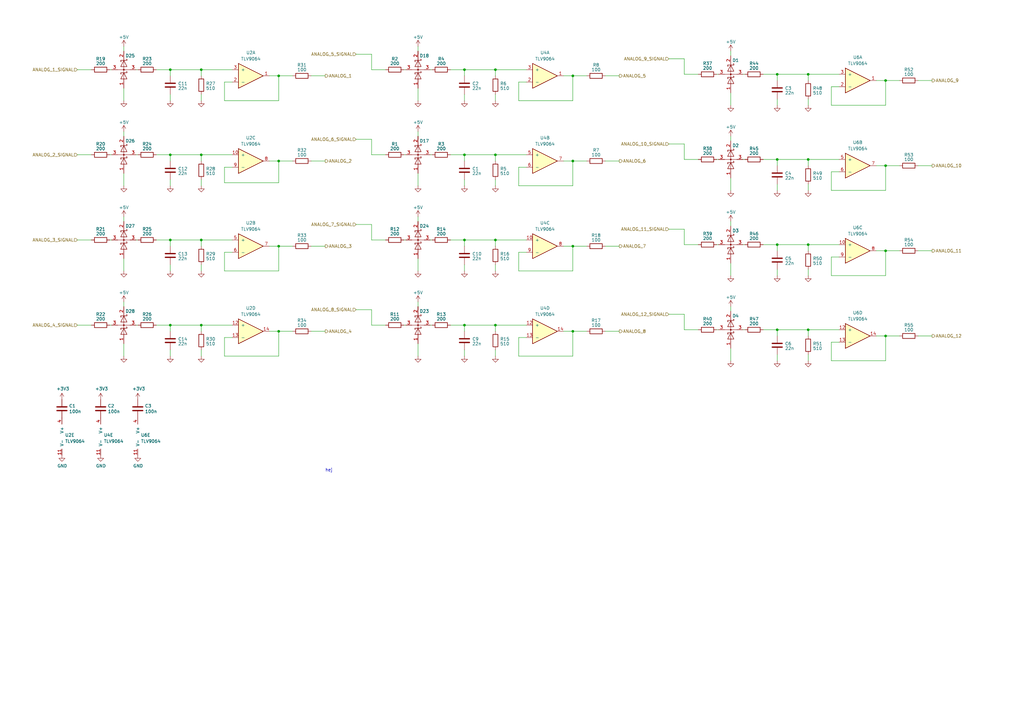
<source format=kicad_sch>
(kicad_sch (version 20230121) (generator eeschema)
  (paper "A3")
  (title_block (title "VEHICLE MEASURING UNIT (VMU)") (rev "1.0") (company "KTH FORMULA STUDENT") (comment 1 "DeV17") (comment 2 "FILIP SVEBECK") (comment 3 "FSVEBECK@KTH.SE"))
  (lib_symbols
    (symbol "Device:C" (pin_numbers hide) (pin_names (offset 0.254))
      (property "Reference" "C" (at 0.635 2.54 0))
      (property "Value" "C" (at 0.635 -2.54 0))
      (symbol "C_0_1"
        (polyline (pts (xy -2.032 -0.762) (xy 2.032 -0.762)) (stroke (width 0.508)))
        (polyline (pts (xy -2.032 0.762) (xy 2.032 0.762)) (stroke (width 0.508)))
      )
      (symbol "C_1_1"
        (pin passive line (at 0 3.81 270) (length 2.794) (name "~") (number "1"))
        (pin passive line (at 0 -3.81 90) (length 2.794) (name "~") (number "2"))
      )
    )
    (symbol "Device:R" (pin_numbers hide) (pin_names (offset 0))
      (property "Reference" "R" (at 2.032 0 90))
      (property "Value" "R" (at 0 0 90))
      (symbol "R_0_1"
        (rectangle (start -1.016 -2.54) (end 1.016 2.54) (stroke (width 0.254)))
      )
      (symbol "R_1_1"
        (pin passive line (at 0 3.81 270) (length 1.27) (name "~") (number "1"))
        (pin passive line (at 0 -3.81 90) (length 1.27) (name "~") (number "2"))
      )
    )
    (symbol "KTHFS:D_Schottky_x2_Serial_AKC" (pin_names (offset 0.762) hide)
      (property "Reference" "D" (at 2.54 1.27 90))
      (property "Value" "D_Schottky_x2_Serial_AKC" (at -2.54 0 90))
      (symbol "D_Schottky_x2_Serial_AKC_0_1"
        (polyline (pts (xy 0 -3.81) (xy 0 3.81)))
        (polyline (pts (xy 0 0) (xy 2.54 0)))
        (polyline (pts (xy 0 6.35) (xy 0 7.62)))
        (polyline (pts (xy -1.27 3.81) (xy 1.27 3.81) (xy 1.27 3.81)) (stroke (width 0.2032)))
        (polyline (pts (xy 1.27 -1.27) (xy -1.27 -1.27) (xy -1.27 -1.27)) (stroke (width 0.2032)))
        (polyline (pts (xy -1.27 3.81) (xy -1.27 3.302) (xy -1.016 3.302) (xy -1.016 3.302)) (stroke (width 0.2032)))
        (polyline (pts (xy 1.27 -1.27) (xy 1.27 -0.762) (xy 1.016 -0.762) (xy 1.016 -0.762)) (stroke (width 0.2032)))
        (polyline (pts (xy 1.27 3.81) (xy 1.27 4.318) (xy 1.016 4.318) (xy 1.016 4.318)) (stroke (width 0.2032)))
        (polyline (pts (xy -1.016 -1.778) (xy -1.27 -1.778) (xy -1.27 -1.27) (xy -1.27 -1.27) (xy -1.27 -1.27)) (stroke (width 0.2032)))
        (polyline (pts (xy -1.27 -3.81) (xy 0 -1.27) (xy 1.27 -3.81) (xy -1.27 -3.81) (xy -1.27 -3.81) (xy -1.27 -3.81)) (stroke (width 0.2032)))
        (polyline (pts (xy -1.27 1.27) (xy 0 3.81) (xy 1.27 1.27) (xy -1.27 1.27) (xy -1.27 1.27) (xy -1.27 1.27)) (stroke (width 0.2032)))
        (circle (center 0 0) (radius 0.254) (fill (type outline)))
        (pin passive line (at 0 -7.62 90) (length 3.81) (name "A") (number "1"))
        (pin passive line (at 0 7.62 270) (length 3.81) (name "K") (number "2"))
        (pin passive line (at 5.08 0 180) (length 2.54) (name "common") (number "3"))
      )
      (symbol "D_Schottky_x2_Serial_AKC_1_1"
        (polyline (pts (xy 0 0) (xy -2.54 0)))
        (pin passive line (at -5.08 0 0) (length 2.54) (name "common") (number "3"))
      )
    )
    (symbol "KTHFS:TLV9064" (pin_names (offset 1.016))
      (property "Reference" "U" (at 0 0 0))
      (property "Value" "TLV9064" (at 0.127 -1.524 0))
      (symbol "TLV9064_1_1"
        (polyline (pts (xy -5.08 -1.905) (xy 5.08 -6.985) (xy -5.08 -12.065) (xy -5.08 -1.905)) (stroke (width 0.254)) (fill (type background)))
        (pin output line (at 7.62 -6.985 180) (length 2.54) (name "~") (number "1"))
        (pin input line (at -7.62 -9.525 0) (length 2.54) (name "-") (number "2"))
        (pin input line (at -7.62 -4.445 0) (length 2.54) (name "+") (number "3"))
      )
      (symbol "TLV9064_2_1"
        (polyline (pts (xy -5.08 -1.905) (xy 5.08 -6.985) (xy -5.08 -12.065) (xy -5.08 -1.905)) (stroke (width 0.254)) (fill (type background)))
        (pin input line (at -7.62 -4.445 0) (length 2.54) (name "+") (number "5"))
        (pin input line (at -7.62 -9.525 0) (length 2.54) (name "-") (number "6"))
        (pin output line (at 7.62 -6.985 180) (length 2.54) (name "~") (number "7"))
      )
      (symbol "TLV9064_3_1"
        (polyline (pts (xy -5.08 -1.905) (xy 5.08 -6.985) (xy -5.08 -12.065) (xy -5.08 -1.905)) (stroke (width 0.254)) (fill (type background)))
        (pin input line (at -7.62 -4.445 0) (length 2.54) (name "+") (number "10"))
        (pin output line (at 7.62 -6.985 180) (length 2.54) (name "~") (number "8"))
        (pin input line (at -7.62 -9.525 0) (length 2.54) (name "-") (number "9"))
      )
      (symbol "TLV9064_4_1"
        (polyline (pts (xy -5.08 -1.905) (xy 5.08 -6.985) (xy -5.08 -12.065) (xy -5.08 -1.905)) (stroke (width 0.254)) (fill (type background)))
        (pin input line (at -7.62 -4.445 0) (length 2.54) (name "+") (number "12"))
        (pin input line (at -7.62 -9.525 0) (length 2.54) (name "-") (number "13"))
        (pin output line (at 7.62 -6.985 180) (length 2.54) (name "~") (number "14"))
      )
      (symbol "TLV9064_5_1"
        (pin power_in line (at 0 -19.05 90) (length 2.54) (name "V-") (number "11"))
        (pin power_in line (at 0 -3.81 270) (length 2.54) (name "V+") (number "4"))
      )
    )
    (symbol "blocks-rescue:+3.3V-power" (power) (pin_names (offset 0))
      (property "Value" "+3.3V-power" (at 0 3.556 0))
      (symbol "+3.3V-power_0_1"
        (polyline (pts (xy -0.762 1.27) (xy 0 2.54)))
        (polyline (pts (xy 0 0) (xy 0 2.54)))
        (polyline (pts (xy 0 2.54) (xy 0.762 1.27)))
      )
      (symbol "+3.3V-power_1_1"
        (pin power_in line (at 0 0 90) (length 0) hide (name "+3V3") (number "1"))
      )
    )
    (symbol "power:+5V" (power) (pin_names (offset 0))
      (property "Value" "+5V" (at 0 3.556 0))
      (symbol "+5V_0_1"
        (polyline (pts (xy -0.762 1.27) (xy 0 2.54)))
        (polyline (pts (xy 0 0) (xy 0 2.54)))
        (polyline (pts (xy 0 2.54) (xy 0.762 1.27)))
      )
      (symbol "+5V_1_1"
        (pin power_in line (at 0 0 90) (length 0) hide (name "+5V") (number "1"))
      )
    )
    (symbol "power:GND" (power) (pin_names (offset 0))
      (property "Value" "GND" (at 0 -3.81 0))
      (symbol "GND_0_1"
        (polyline (pts (xy 0 0) (xy 0 -1.27) (xy 1.27 -1.27) (xy 0 -2.54) (xy -1.27 -1.27) (xy 0 -1.27)))
      )
      (symbol "GND_1_1"
        (pin power_in line (at 0 0 270) (length 0) hide (name "GND") (number "1"))
      )
    )
  )
  (junction (at 114.3 100.965))
  (junction (at 234.95 135.89))
  (junction (at 363.22 67.945))
  (junction (at 318.77 100.33))
  (junction (at 114.3 66.04))
  (junction (at 114.3 31.115))
  (junction (at 190.5 98.425))
  (junction (at 190.5 133.35))
  (junction (at 331.47 30.48))
  (junction (at 203.2 63.5))
  (junction (at 203.2 28.575))
  (junction (at 331.47 65.405))
  (junction (at 318.77 30.48))
  (junction (at 331.47 100.33))
  (junction (at 363.22 137.795))
  (junction (at 82.55 133.35))
  (junction (at 234.95 31.115))
  (junction (at 318.77 135.255))
  (junction (at 69.85 63.5))
  (junction (at 363.22 102.87))
  (junction (at 82.55 98.425))
  (junction (at 234.95 100.965))
  (junction (at 190.5 63.5))
  (junction (at 69.85 98.425))
  (junction (at 234.95 66.04))
  (junction (at 82.55 63.5))
  (junction (at 190.5 28.575))
  (junction (at 114.3 135.89))
  (junction (at 331.47 135.255))
  (junction (at 363.22 33.02))
  (junction (at 69.85 28.575))
  (junction (at 318.77 65.405))
  (junction (at 203.2 133.35))
  (junction (at 69.85 133.35))
  (junction (at 203.2 98.425))
  (junction (at 82.55 28.575))
  (wire (pts (xy 69.85 133.35) (xy 64.135 133.35)))
  (wire (pts (xy 299.72 57.785) (xy 299.72 55.88)))
  (wire (pts (xy 331.47 110.49) (xy 331.47 113.03)))
  (wire (pts (xy 240.665 100.965) (xy 234.95 100.965)))
  (wire (pts (xy 171.45 55.88) (xy 171.45 53.975)))
  (wire (pts (xy 363.22 67.945) (xy 359.41 67.945)))
  (wire (pts (xy 240.665 66.04) (xy 234.95 66.04)))
  (wire (pts (xy 234.95 111.125) (xy 234.95 100.965)))
  (wire (pts (xy 331.47 102.87) (xy 331.47 100.33)))
  (wire (pts (xy 114.3 74.93) (xy 114.3 66.04)))
  (wire (pts (xy 171.45 71.12) (xy 171.45 76.2)))
  (wire (pts (xy 203.2 66.04) (xy 203.2 63.5)))
  (wire (pts (xy 304.8 100.33) (xy 305.435 100.33)))
  (wire (pts (xy 190.5 108.585) (xy 190.5 111.125)))
  (wire (pts (xy 248.285 31.115) (xy 254 31.115)))
  (wire (pts (xy 50.8 146.05) (xy 50.8 140.97)))
  (wire (pts (xy 82.55 28.575) (xy 82.55 31.115)))
  (wire (pts (xy 215.9 133.35) (xy 203.2 133.35)))
  (wire (pts (xy 240.665 31.115) (xy 234.95 31.115)))
  (wire (pts (xy 215.9 63.5) (xy 203.2 63.5)))
  (wire (pts (xy 190.5 63.5) (xy 190.5 66.04)))
  (wire (pts (xy 280.67 93.98) (xy 280.67 100.33)))
  (wire (pts (xy 171.45 36.195) (xy 171.45 41.275)))
  (wire (pts (xy 158.115 133.35) (xy 152.4 133.35)))
  (wire (pts (xy 363.22 43.18) (xy 363.22 33.02)))
  (wire (pts (xy 212.725 68.58) (xy 212.725 76.2)))
  (wire (pts (xy 82.55 41.275) (xy 82.55 38.735)))
  (wire (pts (xy 318.77 135.255) (xy 318.77 137.795)))
  (wire (pts (xy 114.3 31.115) (xy 110.49 31.115)))
  (wire (pts (xy 340.995 35.56) (xy 340.995 43.18)))
  (wire (pts (xy 318.77 30.48) (xy 318.77 33.02)))
  (wire (pts (xy 305.435 135.255) (xy 304.8 135.255)))
  (wire (pts (xy 212.725 111.125) (xy 234.95 111.125)))
  (wire (pts (xy 127.635 100.965) (xy 133.35 100.965)))
  (wire (pts (xy 120.015 31.115) (xy 114.3 31.115)))
  (wire (pts (xy 231.14 135.89) (xy 234.95 135.89)))
  (wire (pts (xy 340.995 113.03) (xy 363.22 113.03)))
  (wire (pts (xy 248.285 135.89) (xy 254 135.89)))
  (wire (pts (xy 299.72 92.71) (xy 299.72 90.805)))
  (wire (pts (xy 50.8 90.805) (xy 50.8 88.9)))
  (wire (pts (xy 340.995 43.18) (xy 363.22 43.18)))
  (wire (pts (xy 146.05 57.15) (xy 152.4 57.15)))
  (wire (pts (xy 280.67 65.405) (xy 286.385 65.405)))
  (wire (pts (xy 376.555 137.795) (xy 382.27 137.795)))
  (wire (pts (xy 203.2 38.735) (xy 203.2 41.275)))
  (wire (pts (xy 344.17 140.335) (xy 340.995 140.335)))
  (wire (pts (xy 56.515 98.425) (xy 55.88 98.425)))
  (wire (pts (xy 114.3 41.275) (xy 114.3 31.115)))
  (wire (pts (xy 31.75 63.5) (xy 37.465 63.5)))
  (wire (pts (xy 69.85 66.04) (xy 69.85 63.5)))
  (wire (pts (xy 331.47 135.255) (xy 331.47 137.795)))
  (wire (pts (xy 340.995 78.105) (xy 363.22 78.105)))
  (wire (pts (xy 215.9 68.58) (xy 212.725 68.58)))
  (wire (pts (xy 190.5 98.425) (xy 190.5 100.965)))
  (wire (pts (xy 368.935 102.87) (xy 363.22 102.87)))
  (wire (pts (xy 274.32 93.98) (xy 280.67 93.98)))
  (wire (pts (xy 203.2 100.965) (xy 203.2 98.425)))
  (wire (pts (xy 190.5 28.575) (xy 190.5 31.115)))
  (wire (pts (xy 190.5 133.35) (xy 184.785 133.35)))
  (wire (pts (xy 176.53 63.5) (xy 177.165 63.5)))
  (wire (pts (xy 368.935 67.945) (xy 363.22 67.945)))
  (wire (pts (xy 280.67 128.905) (xy 274.32 128.905)))
  (wire (pts (xy 318.77 75.565) (xy 318.77 78.105)))
  (wire (pts (xy 133.35 135.89) (xy 127.635 135.89)))
  (wire (pts (xy 331.47 135.255) (xy 318.77 135.255)))
  (wire (pts (xy 176.53 98.425) (xy 177.165 98.425)))
  (wire (pts (xy 344.17 35.56) (xy 340.995 35.56)))
  (wire (pts (xy 331.47 67.945) (xy 331.47 65.405)))
  (wire (pts (xy 203.2 28.575) (xy 203.2 31.115)))
  (wire (pts (xy 82.55 108.585) (xy 82.55 111.125)))
  (wire (pts (xy 69.85 31.115) (xy 69.85 28.575)))
  (wire (pts (xy 363.22 113.03) (xy 363.22 102.87)))
  (wire (pts (xy 50.8 20.955) (xy 50.8 19.05)))
  (wire (pts (xy 177.165 133.35) (xy 176.53 133.35)))
  (wire (pts (xy 318.77 40.64) (xy 318.77 43.18)))
  (wire (pts (xy 184.785 98.425) (xy 190.5 98.425)))
  (wire (pts (xy 114.3 111.125) (xy 114.3 100.965)))
  (wire (pts (xy 50.8 76.2) (xy 50.8 71.12)))
  (wire (pts (xy 331.47 65.405) (xy 318.77 65.405)))
  (wire (pts (xy 114.3 100.965) (xy 110.49 100.965)))
  (wire (pts (xy 313.055 100.33) (xy 318.77 100.33)))
  (wire (pts (xy 171.45 106.045) (xy 171.45 111.125)))
  (wire (pts (xy 114.3 100.965) (xy 120.015 100.965)))
  (wire (pts (xy 190.5 38.735) (xy 190.5 41.275)))
  (wire (pts (xy 165.735 28.575) (xy 166.37 28.575)))
  (wire (pts (xy 95.25 28.575) (xy 82.55 28.575)))
  (wire (pts (xy 152.4 28.575) (xy 158.115 28.575)))
  (wire (pts (xy 171.45 123.825) (xy 171.45 125.73)))
  (wire (pts (xy 212.725 33.655) (xy 212.725 41.275)))
  (wire (pts (xy 37.465 28.575) (xy 31.75 28.575)))
  (wire (pts (xy 215.9 33.655) (xy 212.725 33.655)))
  (wire (pts (xy 299.72 73.025) (xy 299.72 78.105)))
  (wire (pts (xy 45.085 63.5) (xy 45.72 63.5)))
  (wire (pts (xy 69.85 135.89) (xy 69.85 133.35)))
  (wire (pts (xy 152.4 63.5) (xy 158.115 63.5)))
  (wire (pts (xy 92.075 74.93) (xy 114.3 74.93)))
  (wire (pts (xy 299.72 38.1) (xy 299.72 43.18)))
  (wire (pts (xy 274.32 59.055) (xy 280.67 59.055)))
  (wire (pts (xy 363.22 78.105) (xy 363.22 67.945)))
  (wire (pts (xy 152.4 92.075) (xy 152.4 98.425)))
  (wire (pts (xy 203.2 133.35) (xy 190.5 133.35)))
  (wire (pts (xy 318.77 147.955) (xy 318.77 145.415)))
  (wire (pts (xy 82.55 135.89) (xy 82.55 133.35)))
  (wire (pts (xy 110.49 66.04) (xy 114.3 66.04)))
  (wire (pts (xy 190.5 146.05) (xy 190.5 143.51)))
  (wire (pts (xy 340.995 105.41) (xy 340.995 113.03)))
  (wire (pts (xy 234.95 66.04) (xy 231.14 66.04)))
  (wire (pts (xy 50.8 111.125) (xy 50.8 106.045)))
  (wire (pts (xy 69.85 76.2) (xy 69.85 73.66)))
  (wire (pts (xy 165.735 63.5) (xy 166.37 63.5)))
  (wire (pts (xy 254 100.965) (xy 248.285 100.965)))
  (wire (pts (xy 215.9 138.43) (xy 212.725 138.43)))
  (wire (pts (xy 69.85 98.425) (xy 82.55 98.425)))
  (wire (pts (xy 95.25 33.655) (xy 92.075 33.655)))
  (wire (pts (xy 294.005 65.405) (xy 294.64 65.405)))
  (wire (pts (xy 212.725 76.2) (xy 234.95 76.2)))
  (wire (pts (xy 152.4 28.575) (xy 152.4 22.225)))
  (wire (pts (xy 304.8 65.405) (xy 305.435 65.405)))
  (wire (pts (xy 318.77 65.405) (xy 318.77 67.945)))
  (wire (pts (xy 50.8 55.88) (xy 50.8 53.975)))
  (wire (pts (xy 82.55 146.05) (xy 82.55 143.51)))
  (wire (pts (xy 331.47 147.955) (xy 331.47 145.415)))
  (wire (pts (xy 146.05 92.075) (xy 152.4 92.075)))
  (wire (pts (xy 56.515 63.5) (xy 55.88 63.5)))
  (wire (pts (xy 344.17 135.255) (xy 331.47 135.255)))
  (wire (pts (xy 133.35 31.115) (xy 127.635 31.115)))
  (wire (pts (xy 382.27 102.87) (xy 376.555 102.87)))
  (wire (pts (xy 344.17 105.41) (xy 340.995 105.41)))
  (wire (pts (xy 203.2 98.425) (xy 190.5 98.425)))
  (wire (pts (xy 114.3 146.05) (xy 114.3 135.89)))
  (wire (pts (xy 294.64 100.33) (xy 294.005 100.33)))
  (wire (pts (xy 92.075 111.125) (xy 114.3 111.125)))
  (wire (pts (xy 50.8 36.195) (xy 50.8 41.275)))
  (wire (pts (xy 152.4 127) (xy 146.05 127)))
  (wire (pts (xy 340.995 70.485) (xy 340.995 78.105)))
  (wire (pts (xy 45.72 98.425) (xy 45.085 98.425)))
  (wire (pts (xy 82.55 63.5) (xy 82.55 66.04)))
  (wire (pts (xy 171.45 140.97) (xy 171.45 146.05)))
  (wire (pts (xy 203.2 63.5) (xy 190.5 63.5)))
  (wire (pts (xy 234.95 41.275) (xy 234.95 31.115)))
  (wire (pts (xy 171.45 20.955) (xy 171.45 19.05)))
  (wire (pts (xy 92.075 33.655) (xy 92.075 41.275)))
  (wire (pts (xy 92.075 103.505) (xy 92.075 111.125)))
  (wire (pts (xy 203.2 73.66) (xy 203.2 76.2)))
  (wire (pts (xy 45.72 28.575) (xy 45.085 28.575)))
  (wire (pts (xy 331.47 30.48) (xy 331.47 33.02)))
  (wire (pts (xy 234.95 76.2) (xy 234.95 66.04)))
  (wire (pts (xy 45.085 133.35) (xy 45.72 133.35)))
  (wire (pts (xy 69.85 108.585) (xy 69.85 111.125)))
  (wire (pts (xy 92.075 68.58) (xy 92.075 74.93)))
  (wire (pts (xy 203.2 108.585) (xy 203.2 111.125)))
  (wire (pts (xy 95.25 68.58) (xy 92.075 68.58)))
  (wire (pts (xy 152.4 57.15) (xy 152.4 63.5)))
  (wire (pts (xy 280.67 30.48) (xy 280.67 24.13)))
  (wire (pts (xy 92.075 41.275) (xy 114.3 41.275)))
  (wire (pts (xy 318.77 30.48) (xy 331.47 30.48)))
  (wire (pts (xy 344.17 100.33) (xy 331.47 100.33)))
  (wire (pts (xy 152.4 22.225) (xy 146.05 22.225)))
  (wire (pts (xy 114.3 135.89) (xy 110.49 135.89)))
  (wire (pts (xy 280.67 59.055) (xy 280.67 65.405)))
  (wire (pts (xy 203.2 133.35) (xy 203.2 135.89)))
  (wire (pts (xy 382.27 67.945) (xy 376.555 67.945)))
  (wire (pts (xy 190.5 28.575) (xy 203.2 28.575)))
  (wire (pts (xy 212.725 41.275) (xy 234.95 41.275)))
  (wire (pts (xy 95.25 98.425) (xy 82.55 98.425)))
  (wire (pts (xy 294.005 30.48) (xy 294.64 30.48)))
  (wire (pts (xy 359.41 137.795) (xy 363.22 137.795)))
  (wire (pts (xy 82.55 133.35) (xy 95.25 133.35)))
  (wire (pts (xy 92.075 138.43) (xy 92.075 146.05)))
  (wire (pts (xy 82.55 98.425) (xy 82.55 100.965)))
  (wire (pts (xy 92.075 146.05) (xy 114.3 146.05)))
  (wire (pts (xy 158.115 98.425) (xy 152.4 98.425)))
  (wire (pts (xy 212.725 146.05) (xy 234.95 146.05)))
  (wire (pts (xy 363.22 102.87) (xy 359.41 102.87)))
  (wire (pts (xy 95.25 103.505) (xy 92.075 103.505)))
  (wire (pts (xy 280.67 135.255) (xy 280.67 128.905)))
  (wire (pts (xy 234.95 31.115) (xy 231.14 31.115)))
  (wire (pts (xy 152.4 133.35) (xy 152.4 127)))
  (wire (pts (xy 69.85 28.575) (xy 82.55 28.575)))
  (wire (pts (xy 215.9 98.425) (xy 203.2 98.425)))
  (wire (pts (xy 69.85 63.5) (xy 64.135 63.5)))
  (wire (pts (xy 313.055 30.48) (xy 318.77 30.48)))
  (wire (pts (xy 31.75 98.425) (xy 37.465 98.425)))
  (wire (pts (xy 294.64 135.255) (xy 294.005 135.255)))
  (wire (pts (xy 69.85 38.735) (xy 69.85 41.275)))
  (wire (pts (xy 344.17 65.405) (xy 331.47 65.405)))
  (wire (pts (xy 215.9 103.505) (xy 212.725 103.505)))
  (wire (pts (xy 376.555 33.02) (xy 382.27 33.02)))
  (wire (pts (xy 184.785 63.5) (xy 190.5 63.5)))
  (wire (pts (xy 190.5 133.35) (xy 190.5 135.89)))
  (wire (pts (xy 368.935 33.02) (xy 363.22 33.02)))
  (wire (pts (xy 190.5 73.66) (xy 190.5 76.2)))
  (wire (pts (xy 69.85 100.965) (xy 69.85 98.425)))
  (wire (pts (xy 286.385 135.255) (xy 280.67 135.255)))
  (wire (pts (xy 331.47 75.565) (xy 331.47 78.105)))
  (wire (pts (xy 340.995 140.335) (xy 340.995 147.955)))
  (wire (pts (xy 55.88 28.575) (xy 56.515 28.575)))
  (wire (pts (xy 234.95 146.05) (xy 234.95 135.89)))
  (wire (pts (xy 234.95 135.89) (xy 240.665 135.89)))
  (wire (pts (xy 299.72 142.875) (xy 299.72 147.955)))
  (wire (pts (xy 176.53 28.575) (xy 177.165 28.575)))
  (wire (pts (xy 69.85 146.05) (xy 69.85 143.51)))
  (wire (pts (xy 318.77 110.49) (xy 318.77 113.03)))
  (wire (pts (xy 331.47 100.33) (xy 318.77 100.33)))
  (wire (pts (xy 304.8 30.48) (xy 305.435 30.48)))
  (wire (pts (xy 50.8 125.73) (xy 50.8 123.825)))
  (wire (pts (xy 299.72 125.73) (xy 299.72 127.635)))
  (wire (pts (xy 215.9 28.575) (xy 203.2 28.575)))
  (wire (pts (xy 340.995 147.955) (xy 363.22 147.955)))
  (wire (pts (xy 212.725 138.43) (xy 212.725 146.05)))
  (wire (pts (xy 363.22 137.795) (xy 368.935 137.795)))
  (wire (pts (xy 171.45 90.805) (xy 171.45 88.9)))
  (wire (pts (xy 280.67 24.13) (xy 274.32 24.13)))
  (wire (pts (xy 318.77 100.33) (xy 318.77 102.87)))
  (wire (pts (xy 120.015 135.89) (xy 114.3 135.89)))
  (wire (pts (xy 69.85 98.425) (xy 64.135 98.425)))
  (wire (pts (xy 82.55 76.2) (xy 82.55 73.66)))
  (wire (pts (xy 203.2 146.05) (xy 203.2 143.51)))
  (wire (pts (xy 363.22 147.955) (xy 363.22 137.795)))
  (wire (pts (xy 166.37 133.35) (xy 165.735 133.35)))
  (wire (pts (xy 82.55 133.35) (xy 69.85 133.35)))
  (wire (pts (xy 363.22 33.02) (xy 359.41 33.02)))
  (wire (pts (xy 166.37 98.425) (xy 165.735 98.425)))
  (wire (pts (xy 299.72 22.86) (xy 299.72 20.955)))
  (wire (pts (xy 95.25 63.5) (xy 82.55 63.5)))
  (wire (pts (xy 69.85 28.575) (xy 64.135 28.575)))
  (wire (pts (xy 344.17 30.48) (xy 331.47 30.48)))
  (wire (pts (xy 344.17 70.485) (xy 340.995 70.485)))
  (wire (pts (xy 37.465 133.35) (xy 31.75 133.35)))
  (wire (pts (xy 114.3 66.04) (xy 120.015 66.04)))
  (wire (pts (xy 318.77 135.255) (xy 313.055 135.255)))
  (wire (pts (xy 313.055 65.405) (xy 318.77 65.405)))
  (wire (pts (xy 234.95 100.965) (xy 231.14 100.965)))
  (wire (pts (xy 184.785 28.575) (xy 190.5 28.575)))
  (wire (pts (xy 286.385 100.33) (xy 280.67 100.33)))
  (wire (pts (xy 55.88 133.35) (xy 56.515 133.35)))
  (wire (pts (xy 133.35 66.04) (xy 127.635 66.04)))
  (wire (pts (xy 331.47 40.64) (xy 331.47 43.18)))
  (wire (pts (xy 69.85 63.5) (xy 82.55 63.5)))
  (wire (pts (xy 280.67 30.48) (xy 286.385 30.48)))
  (wire (pts (xy 212.725 103.505) (xy 212.725 111.125)))
  (wire (pts (xy 299.72 107.95) (xy 299.72 113.03)))
  (wire (pts (xy 254 66.04) (xy 248.285 66.04)))
  (wire (pts (xy 95.25 138.43) (xy 92.075 138.43)))
  (text "hej" (at 133.35 193.675 0) (effects (font (size 1.27 1.27)) (justify left bottom)))
  (hierarchical_label "ANALOG_5_SIGNAL" (shape input) (at 146.05 22.225 180))
  (hierarchical_label "ANALOG_11_SIGNAL" (shape input) (at 274.32 93.98 180))
  (hierarchical_label "ANALOG_12_SIGNAL" (shape input) (at 274.32 128.905 180))
  (hierarchical_label "ANALOG_5" (shape output) (at 254 31.115 0))
  (hierarchical_label "ANALOG_7_SIGNAL" (shape input) (at 146.05 92.075 180))
  (hierarchical_label "ANALOG_3" (shape output) (at 133.35 100.965 0))
  (hierarchical_label "ANALOG_9_SIGNAL" (shape input) (at 274.32 24.13 180))
  (hierarchical_label "ANALOG_9" (shape output) (at 382.27 33.02 0))
  (hierarchical_label "ANALOG_6" (shape output) (at 254 66.04 0))
  (hierarchical_label "ANALOG_12" (shape output) (at 382.27 137.795 0))
  (hierarchical_label "ANALOG_8" (shape output) (at 254 135.89 0))
  (hierarchical_label "ANALOG_6_SIGNAL" (shape input) (at 146.05 57.15 180))
  (hierarchical_label "ANALOG_8_SIGNAL" (shape input) (at 146.05 127 180))
  (hierarchical_label "ANALOG_1_SIGNAL" (shape input) (at 31.75 28.575 180))
  (hierarchical_label "ANALOG_7" (shape output) (at 254 100.965 0))
  (hierarchical_label "ANALOG_11" (shape output) (at 382.27 102.87 0))
  (hierarchical_label "ANALOG_10_SIGNAL" (shape input) (at 274.32 59.055 180))
  (hierarchical_label "ANALOG_4" (shape output) (at 133.35 135.89 0))
  (hierarchical_label "ANALOG_1" (shape output) (at 133.35 31.115 0))
  (hierarchical_label "ANALOG_3_SIGNAL" (shape input) (at 31.75 98.425 180))
  (hierarchical_label "ANALOG_2_SIGNAL" (shape input) (at 31.75 63.5 180))
  (hierarchical_label "ANALOG_4_SIGNAL" (shape input) (at 31.75 133.35 180))
  (hierarchical_label "ANALOG_2" (shape output) (at 133.35 66.04 0))
  (hierarchical_label "ANALOG_10" (shape output) (at 382.27 67.945 0))
  (symbol (lib_id "Device:R") (at 41.275 28.575 270) (unit 1)
    (property "Reference" "R19" (at 41.275 24.13 90))
    (property "Value" "200" (at 41.275 26.035 90))
    (property "Footprint" "Resistor_SMD:R_0603_1608Metric" (effects hide))
  )
  (symbol (lib_id "power:GND") (at 50.8 41.275 0) (unit 1)
    (property "Reference" "#PWR060" (effects hide))
    (property "Value" "GND" (effects hide))
  )
  (symbol (lib_id "power:+5V") (at 50.8 19.05 0) (unit 1)
    (property "Reference" "#PWR059" (effects hide))
    (property "Value" "+5V" (at 50.8 15.24 0))
  )
  (symbol (lib_id "Device:R") (at 60.325 28.575 270) (unit 1)
    (property "Reference" "R23" (at 60.325 24.13 90))
    (property "Value" "200" (at 60.325 26.035 90))
    (property "Footprint" "Resistor_SMD:R_0603_1608Metric" (effects hide))
  )
  (symbol (lib_id "Device:C") (at 69.85 34.925 0) (unit 1)
    (property "Reference" "C11" (at 73.025 34.29 0) (effects (justify left)))
    (property "Value" "22n" (at 73.025 36.195 0) (effects (justify left)))
    (property "Footprint" "Capacitor_SMD:C_0603_1608Metric" (effects hide))
  )
  (symbol (lib_id "Device:R") (at 82.55 34.925 0) (unit 1)
    (property "Reference" "R27" (at 84.455 34.29 0) (effects (justify left)))
    (property "Value" "510" (at 84.455 36.195 0) (effects (justify left)))
    (property "Footprint" "Resistor_SMD:R_0603_1608Metric" (effects hide))
  )
  (symbol (lib_id "Device:R") (at 41.275 63.5 270) (unit 1)
    (property "Reference" "R20" (at 41.275 59.055 90))
    (property "Value" "200" (at 41.275 60.96 90))
    (property "Footprint" "Resistor_SMD:R_0603_1608Metric" (effects hide))
  )
  (symbol (lib_id "power:GND") (at 69.85 76.2 0) (unit 1)
    (property "Reference" "#PWR062" (effects hide))
    (property "Value" "GND" (effects hide))
  )
  (symbol (lib_id "power:+5V") (at 50.8 53.975 0) (unit 1)
    (property "Reference" "#PWR061" (effects hide))
    (property "Value" "+5V" (at 50.8 50.165 0))
  )
  (symbol (lib_id "Device:R") (at 60.325 63.5 270) (unit 1)
    (property "Reference" "R24" (at 60.325 59.055 90))
    (property "Value" "200" (at 60.325 60.96 90))
    (property "Footprint" "Resistor_SMD:R_0603_1608Metric" (effects hide))
  )
  (symbol (lib_id "Device:C") (at 69.85 69.85 0) (unit 1)
    (property "Reference" "C12" (at 73.025 69.215 0) (effects (justify left)))
    (property "Value" "22n" (at 73.025 71.12 0) (effects (justify left)))
    (property "Footprint" "Capacitor_SMD:C_0603_1608Metric" (effects hide))
  )
  (symbol (lib_id "Device:R") (at 82.55 69.85 0) (unit 1)
    (property "Reference" "R28" (at 84.455 69.215 0) (effects (justify left)))
    (property "Value" "510" (at 84.455 71.12 0) (effects (justify left)))
    (property "Footprint" "Resistor_SMD:R_0603_1608Metric" (effects hide))
  )
  (symbol (lib_id "Device:R") (at 123.825 31.115 270) (unit 1)
    (property "Reference" "R31" (at 123.825 26.67 90))
    (property "Value" "100" (at 123.825 28.575 90))
    (property "Footprint" "Resistor_SMD:R_0603_1608Metric" (effects hide))
  )
  (symbol (lib_id "Device:R") (at 123.825 66.04 270) (unit 1)
    (property "Reference" "R32" (at 123.825 61.595 90))
    (property "Value" "100" (at 123.825 63.5 90))
    (property "Footprint" "Resistor_SMD:R_0603_1608Metric" (effects hide))
  )
  (symbol (lib_id "Device:R") (at 41.275 98.425 270) (unit 1)
    (property "Reference" "R21" (at 41.275 93.98 90))
    (property "Value" "200" (at 41.275 95.885 90))
    (property "Footprint" "Resistor_SMD:R_0603_1608Metric" (effects hide))
  )
  (symbol (lib_id "power:GND") (at 50.8 111.125 0) (unit 1)
    (property "Reference" "#PWR064" (effects hide))
    (property "Value" "GND" (effects hide))
  )
  (symbol (lib_id "power:+5V") (at 50.8 88.9 0) (unit 1)
    (property "Reference" "#PWR063" (effects hide))
    (property "Value" "+5V" (at 50.8 85.09 0))
  )
  (symbol (lib_id "Device:R") (at 60.325 98.425 270) (unit 1)
    (property "Reference" "R25" (at 60.325 93.98 90))
    (property "Value" "200" (at 60.325 95.885 90))
    (property "Footprint" "Resistor_SMD:R_0603_1608Metric" (effects hide))
  )
  (symbol (lib_id "Device:C") (at 69.85 104.775 0) (unit 1)
    (property "Reference" "C13" (at 73.025 104.14 0) (effects (justify left)))
    (property "Value" "22n" (at 73.025 106.045 0) (effects (justify left)))
    (property "Footprint" "Capacitor_SMD:C_0603_1608Metric" (effects hide))
  )
  (symbol (lib_id "Device:R") (at 82.55 104.775 0) (unit 1)
    (property "Reference" "R29" (at 84.455 104.14 0) (effects (justify left)))
    (property "Value" "510" (at 84.455 106.045 0) (effects (justify left)))
    (property "Footprint" "Resistor_SMD:R_0603_1608Metric" (effects hide))
  )
  (symbol (lib_id "Device:R") (at 41.275 133.35 270) (unit 1)
    (property "Reference" "R22" (at 41.275 128.905 90))
    (property "Value" "200" (at 41.275 130.81 90))
    (property "Footprint" "Resistor_SMD:R_0603_1608Metric" (effects hide))
  )
  (symbol (lib_id "power:GND") (at 50.8 146.05 0) (unit 1)
    (property "Reference" "#PWR066" (effects hide))
    (property "Value" "GND" (effects hide))
  )
  (symbol (lib_id "power:+5V") (at 50.8 123.825 0) (unit 1)
    (property "Reference" "#PWR065" (effects hide))
    (property "Value" "+5V" (at 50.8 120.015 0))
  )
  (symbol (lib_id "Device:R") (at 60.325 133.35 270) (unit 1)
    (property "Reference" "R26" (at 60.325 128.905 90))
    (property "Value" "200" (at 60.325 130.81 90))
    (property "Footprint" "Resistor_SMD:R_0603_1608Metric" (effects hide))
  )
  (symbol (lib_id "Device:C") (at 69.85 139.7 0) (unit 1)
    (property "Reference" "C14" (at 73.025 139.065 0) (effects (justify left)))
    (property "Value" "22n" (at 73.025 140.97 0) (effects (justify left)))
    (property "Footprint" "Capacitor_SMD:C_0603_1608Metric" (effects hide))
  )
  (symbol (lib_id "Device:R") (at 82.55 139.7 0) (unit 1)
    (property "Reference" "R30" (at 84.455 139.065 0) (effects (justify left)))
    (property "Value" "510" (at 84.455 140.97 0) (effects (justify left)))
    (property "Footprint" "Resistor_SMD:R_0603_1608Metric" (effects hide))
  )
  (symbol (lib_id "Device:R") (at 123.825 100.965 270) (unit 1)
    (property "Reference" "R33" (at 123.825 96.52 90))
    (property "Value" "100" (at 123.825 98.425 90))
    (property "Footprint" "Resistor_SMD:R_0603_1608Metric" (effects hide))
  )
  (symbol (lib_id "Device:R") (at 123.825 135.89 270) (unit 1)
    (property "Reference" "R34" (at 123.825 131.445 90))
    (property "Value" "100" (at 123.825 133.35 90))
    (property "Footprint" "Resistor_SMD:R_0603_1608Metric" (effects hide))
  )
  (symbol (lib_id "KTHFS:D_Schottky_x2_Serial_AKC") (at 50.8 28.575 0) (unit 1)
    (property "Reference" "D25" (at 51.435 22.86 0) (effects (justify left)))
    (property "Value" "D_Schottky_x2_Serial_AKC" (effects hide))
    (property "Footprint" "Package_TO_SOT_SMD:SOT-23" (effects hide))
  )
  (symbol (lib_id "KTHFS:D_Schottky_x2_Serial_AKC") (at 50.8 63.5 0) (unit 1)
    (property "Reference" "D26" (at 51.435 57.785 0) (effects (justify left)))
    (property "Value" "D_Schottky_x2_Serial_AKC" (effects hide))
    (property "Footprint" "Package_TO_SOT_SMD:SOT-23" (effects hide))
  )
  (symbol (lib_id "KTHFS:D_Schottky_x2_Serial_AKC") (at 50.8 98.425 0) (unit 1)
    (property "Reference" "D27" (at 51.435 92.71 0) (effects (justify left)))
    (property "Value" "D_Schottky_x2_Serial_AKC" (effects hide))
    (property "Footprint" "Package_TO_SOT_SMD:SOT-23" (effects hide))
  )
  (symbol (lib_id "KTHFS:D_Schottky_x2_Serial_AKC") (at 50.8 133.35 0) (unit 1)
    (property "Reference" "D28" (at 51.435 127.635 0) (effects (justify left)))
    (property "Value" "D_Schottky_x2_Serial_AKC" (effects hide))
    (property "Footprint" "Package_TO_SOT_SMD:SOT-23" (effects hide))
  )
  (symbol (lib_id "power:GND") (at 69.85 41.275 0) (unit 1)
    (property "Reference" "#PWR0141" (effects hide))
    (property "Value" "GND" (effects hide))
  )
  (symbol (lib_id "power:GND") (at 82.55 41.275 0) (unit 1)
    (property "Reference" "#PWR0140" (effects hide))
    (property "Value" "GND" (effects hide))
  )
  (symbol (lib_id "power:GND") (at 50.8 76.2 0) (unit 1)
    (property "Reference" "#PWR0109" (effects hide))
    (property "Value" "GND" (effects hide))
  )
  (symbol (lib_id "power:GND") (at 82.55 76.2 0) (unit 1)
    (property "Reference" "#PWR0110" (effects hide))
    (property "Value" "GND" (effects hide))
  )
  (symbol (lib_id "power:GND") (at 69.85 111.125 0) (unit 1)
    (property "Reference" "#PWR0138" (effects hide))
    (property "Value" "GND" (effects hide))
  )
  (symbol (lib_id "power:GND") (at 82.55 111.125 0) (unit 1)
    (property "Reference" "#PWR0137" (effects hide))
    (property "Value" "GND" (effects hide))
  )
  (symbol (lib_id "power:GND") (at 69.85 146.05 0) (unit 1)
    (property "Reference" "#PWR0111" (effects hide))
    (property "Value" "GND" (effects hide))
  )
  (symbol (lib_id "power:GND") (at 82.55 146.05 0) (unit 1)
    (property "Reference" "#PWR0112" (effects hide))
    (property "Value" "GND" (effects hide))
  )
  (symbol (lib_id "KTHFS:D_Schottky_x2_Serial_AKC") (at 171.45 63.5 0) (unit 1)
    (property "Reference" "D17" (at 172.085 57.785 0) (effects (justify left)))
    (property "Value" "D_Schottky_x2_Serial_AKC" (effects hide))
    (property "Footprint" "Package_TO_SOT_SMD:SOT-23" (effects hide))
  )
  (symbol (lib_id "KTHFS:D_Schottky_x2_Serial_AKC") (at 171.45 28.575 0) (unit 1)
    (property "Reference" "D18" (at 172.085 22.86 0) (effects (justify left)))
    (property "Value" "D_Schottky_x2_Serial_AKC" (effects hide))
    (property "Footprint" "Package_TO_SOT_SMD:SOT-23" (effects hide))
  )
  (symbol (lib_id "Device:C") (at 190.5 69.85 0) (unit 1)
    (property "Reference" "C1" (at 193.675 69.215 0) (effects (justify left)))
    (property "Value" "22n" (at 193.675 71.12 0) (effects (justify left)))
    (property "Footprint" "Capacitor_SMD:C_0603_1608Metric" (effects hide))
  )
  (symbol (lib_id "Device:R") (at 244.475 66.04 270) (unit 1)
    (property "Reference" "R7" (at 244.475 61.595 90))
    (property "Value" "100" (at 244.475 63.5 90))
    (property "Footprint" "Resistor_SMD:R_0603_1608Metric" (effects hide))
  )
  (symbol (lib_id "Device:R") (at 203.2 69.85 0) (unit 1)
    (property "Reference" "R5" (at 205.105 69.215 0) (effects (justify left)))
    (property "Value" "510" (at 205.105 71.12 0) (effects (justify left)))
    (property "Footprint" "Resistor_SMD:R_0603_1608Metric" (effects hide))
  )
  (symbol (lib_id "Device:R") (at 180.975 63.5 270) (unit 1)
    (property "Reference" "R3" (at 180.975 59.055 90))
    (property "Value" "200" (at 180.975 60.96 90))
    (property "Footprint" "Resistor_SMD:R_0603_1608Metric" (effects hide))
  )
  (symbol (lib_id "Device:R") (at 161.925 63.5 270) (unit 1)
    (property "Reference" "R1" (at 161.925 59.055 90))
    (property "Value" "200" (at 161.925 60.96 90))
    (property "Footprint" "Resistor_SMD:R_0603_1608Metric" (effects hide))
  )
  (symbol (lib_id "Device:C") (at 190.5 34.925 0) (unit 1)
    (property "Reference" "C2" (at 193.675 34.29 0) (effects (justify left)))
    (property "Value" "22n" (at 193.675 36.195 0) (effects (justify left)))
    (property "Footprint" "Capacitor_SMD:C_0603_1608Metric" (effects hide))
  )
  (symbol (lib_id "Device:R") (at 244.475 31.115 270) (unit 1)
    (property "Reference" "R8" (at 244.475 26.67 90))
    (property "Value" "100" (at 244.475 28.575 90))
    (property "Footprint" "Resistor_SMD:R_0603_1608Metric" (effects hide))
  )
  (symbol (lib_id "Device:R") (at 203.2 34.925 0) (unit 1)
    (property "Reference" "R6" (at 205.105 34.29 0) (effects (justify left)))
    (property "Value" "510" (at 205.105 36.195 0) (effects (justify left)))
    (property "Footprint" "Resistor_SMD:R_0603_1608Metric" (effects hide))
  )
  (symbol (lib_id "Device:R") (at 180.975 28.575 270) (unit 1)
    (property "Reference" "R4" (at 180.975 24.13 90))
    (property "Value" "200" (at 180.975 26.035 90))
    (property "Footprint" "Resistor_SMD:R_0603_1608Metric" (effects hide))
  )
  (symbol (lib_id "Device:R") (at 161.925 28.575 270) (unit 1)
    (property "Reference" "R2" (at 161.925 24.13 90))
    (property "Value" "200" (at 161.925 26.035 90))
    (property "Footprint" "Resistor_SMD:R_0603_1608Metric" (effects hide))
  )
  (symbol (lib_id "power:GND") (at 171.45 76.2 0) (unit 1)
    (property "Reference" "#PWR0113" (effects hide))
    (property "Value" "GND" (effects hide))
  )
  (symbol (lib_id "power:GND") (at 190.5 76.2 0) (unit 1)
    (property "Reference" "#PWR0114" (effects hide))
    (property "Value" "GND" (effects hide))
  )
  (symbol (lib_id "power:GND") (at 203.2 76.2 0) (unit 1)
    (property "Reference" "#PWR0115" (effects hide))
    (property "Value" "GND" (effects hide))
  )
  (symbol (lib_id "power:+5V") (at 171.45 53.975 0) (unit 1)
    (property "Reference" "#PWR0142" (effects hide))
    (property "Value" "+5V" (at 171.45 50.165 0))
  )
  (symbol (lib_id "power:GND") (at 190.5 41.275 0) (unit 1)
    (property "Reference" "#PWR0118" (effects hide))
    (property "Value" "GND" (effects hide))
  )
  (symbol (lib_id "power:GND") (at 203.2 41.275 0) (unit 1)
    (property "Reference" "#PWR0119" (effects hide))
    (property "Value" "GND" (effects hide))
  )
  (symbol (lib_id "power:GND") (at 171.45 41.275 0) (unit 1)
    (property "Reference" "#PWR0120" (effects hide))
    (property "Value" "GND" (effects hide))
  )
  (symbol (lib_id "power:+5V") (at 171.45 19.05 0) (unit 1)
    (property "Reference" "#PWR0121" (effects hide))
    (property "Value" "+5V" (at 171.45 15.24 0))
  )
  (symbol (lib_id "Device:R") (at 180.975 98.425 270) (unit 1)
    (property "Reference" "R14" (at 180.975 93.98 90))
    (property "Value" "200" (at 180.975 95.885 90))
    (property "Footprint" "Resistor_SMD:R_0603_1608Metric" (effects hide))
  )
  (symbol (lib_id "Device:R") (at 203.2 104.775 0) (unit 1)
    (property "Reference" "R16" (at 205.105 104.14 0) (effects (justify left)))
    (property "Value" "510" (at 205.105 106.045 0) (effects (justify left)))
    (property "Footprint" "Resistor_SMD:R_0603_1608Metric" (effects hide))
  )
  (symbol (lib_id "Device:R") (at 244.475 100.965 270) (unit 1)
    (property "Reference" "R18" (at 244.475 96.52 90))
    (property "Value" "100" (at 244.475 98.425 90))
    (property "Footprint" "Resistor_SMD:R_0603_1608Metric" (effects hide))
  )
  (symbol (lib_id "Device:C") (at 190.5 104.775 0) (unit 1)
    (property "Reference" "C10" (at 193.675 104.14 0) (effects (justify left)))
    (property "Value" "22n" (at 193.675 106.045 0) (effects (justify left)))
    (property "Footprint" "Capacitor_SMD:C_0603_1608Metric" (effects hide))
  )
  (symbol (lib_id "Device:R") (at 161.925 98.425 270) (unit 1)
    (property "Reference" "R12" (at 161.925 93.98 90))
    (property "Value" "200" (at 161.925 95.885 90))
    (property "Footprint" "Resistor_SMD:R_0603_1608Metric" (effects hide))
  )
  (symbol (lib_id "KTHFS:D_Schottky_x2_Serial_AKC") (at 171.45 98.425 0) (unit 1)
    (property "Reference" "D24" (at 172.085 92.71 0) (effects (justify left)))
    (property "Value" "D_Schottky_x2_Serial_AKC" (effects hide))
    (property "Footprint" "Package_TO_SOT_SMD:SOT-23" (effects hide))
  )
  (symbol (lib_id "KTHFS:D_Schottky_x2_Serial_AKC") (at 171.45 133.35 0) (unit 1)
    (property "Reference" "D23" (at 172.085 127.635 0) (effects (justify left)))
    (property "Value" "D_Schottky_x2_Serial_AKC" (effects hide))
    (property "Footprint" "Package_TO_SOT_SMD:SOT-23" (effects hide))
  )
  (symbol (lib_id "Device:C") (at 190.5 139.7 0) (unit 1)
    (property "Reference" "C9" (at 193.675 139.065 0) (effects (justify left)))
    (property "Value" "22n" (at 193.675 140.97 0) (effects (justify left)))
    (property "Footprint" "Capacitor_SMD:C_0603_1608Metric" (effects hide))
  )
  (symbol (lib_id "Device:R") (at 244.475 135.89 270) (unit 1)
    (property "Reference" "R17" (at 244.475 131.445 90))
    (property "Value" "100" (at 244.475 133.35 90))
    (property "Footprint" "Resistor_SMD:R_0603_1608Metric" (effects hide))
  )
  (symbol (lib_id "Device:R") (at 203.2 139.7 0) (unit 1)
    (property "Reference" "R15" (at 205.105 139.065 0) (effects (justify left)))
    (property "Value" "510" (at 205.105 140.97 0) (effects (justify left)))
    (property "Footprint" "Resistor_SMD:R_0603_1608Metric" (effects hide))
  )
  (symbol (lib_id "Device:R") (at 180.975 133.35 270) (unit 1)
    (property "Reference" "R13" (at 180.975 128.905 90))
    (property "Value" "200" (at 180.975 130.81 90))
    (property "Footprint" "Resistor_SMD:R_0603_1608Metric" (effects hide))
  )
  (symbol (lib_id "power:+5V") (at 171.45 123.825 0) (unit 1)
    (property "Reference" "#PWR0143" (effects hide))
    (property "Value" "+5V" (at 171.45 120.015 0))
  )
  (symbol (lib_id "Device:R") (at 161.925 133.35 270) (unit 1)
    (property "Reference" "R11" (at 161.925 128.905 90))
    (property "Value" "200" (at 161.925 130.81 90))
    (property "Footprint" "Resistor_SMD:R_0603_1608Metric" (effects hide))
  )
  (symbol (lib_id "power:+5V") (at 171.45 88.9 0) (unit 1)
    (property "Reference" "#PWR0130" (effects hide))
    (property "Value" "+5V" (at 171.45 85.09 0))
  )
  (symbol (lib_id "power:GND") (at 171.45 111.125 0) (unit 1)
    (property "Reference" "#PWR0131" (effects hide))
    (property "Value" "GND" (effects hide))
  )
  (symbol (lib_id "power:GND") (at 190.5 111.125 0) (unit 1)
    (property "Reference" "#PWR0132" (effects hide))
    (property "Value" "GND" (effects hide))
  )
  (symbol (lib_id "power:GND") (at 203.2 111.125 0) (unit 1)
    (property "Reference" "#PWR0133" (effects hide))
    (property "Value" "GND" (effects hide))
  )
  (symbol (lib_id "power:GND") (at 171.45 146.05 0) (unit 1)
    (property "Reference" "#PWR0134" (effects hide))
    (property "Value" "GND" (effects hide))
  )
  (symbol (lib_id "power:GND") (at 190.5 146.05 0) (unit 1)
    (property "Reference" "#PWR0135" (effects hide))
    (property "Value" "GND" (effects hide))
  )
  (symbol (lib_id "power:GND") (at 203.2 146.05 0) (unit 1)
    (property "Reference" "#PWR0136" (effects hide))
    (property "Value" "GND" (effects hide))
  )
  (symbol (lib_id "Device:R") (at 309.245 65.405 270) (unit 1)
    (property "Reference" "R45" (at 309.245 60.96 90))
    (property "Value" "200" (at 309.245 62.865 90))
    (property "Footprint" "Resistor_SMD:R_0603_1608Metric" (effects hide))
  )
  (symbol (lib_id "KTHFS:TLV9064") (at 102.87 93.98 0) (unit 2)
    (property "Reference" "U2" (at 102.87 91.44 0))
    (property "Value" "TLV9064" (at 102.87 93.98 0))
    (property "Footprint" "Package_SO:SOIC-14_3.9x8.7mm_P1.27mm" (effects hide))
    (property "Datasheet" "https://www.ti.com/lit/ds/symlink/tlv9064.pdf?HQS=TI-null-null-digikeymode-df-pf-null-wwe&ts=1605439879519" (effects hide))
  )
  (symbol (lib_id "KTHFS:TLV9064") (at 351.79 130.81 0) (unit 4)
    (property "Reference" "U6" (at 351.79 128.27 0))
    (property "Value" "TLV9064" (at 351.79 130.81 0))
    (property "Footprint" "Package_SO:SOIC-14_3.9x8.7mm_P1.27mm" (effects hide))
    (property "Datasheet" "https://www.ti.com/lit/ds/symlink/tlv9064.pdf?HQS=TI-null-null-digikeymode-df-pf-null-wwe&ts=1605439879519" (effects hide))
  )
  (symbol (lib_id "Device:C") (at 56.515 167.64 0) (unit 1)
    (property "Reference" "C3" (at 59.436 166.4716 0) (effects (justify left)))
    (property "Value" "100n" (at 59.436 168.783 0) (effects (justify left)))
    (property "Footprint" "Capacitor_SMD:C_0603_1608Metric" (effects hide))
  )
  (symbol (lib_id "KTHFS:TLV9064") (at 223.52 128.905 0) (unit 4)
    (property "Reference" "U4" (at 223.52 126.365 0))
    (property "Value" "TLV9064" (at 223.52 128.905 0))
    (property "Footprint" "Package_SO:SOIC-14_3.9x8.7mm_P1.27mm" (effects hide))
    (property "Datasheet" "https://www.ti.com/lit/ds/symlink/tlv9064.pdf?HQS=TI-null-null-digikeymode-df-pf-null-wwe&ts=1605439879519" (effects hide))
  )
  (symbol (lib_id "power:GND") (at 331.47 147.955 0) (unit 1)
    (property "Reference" "#PWR016" (effects hide))
    (property "Value" "GND" (effects hide))
  )
  (symbol (lib_id "power:GND") (at 299.72 78.105 0) (unit 1)
    (property "Reference" "#PWR04" (effects hide))
    (property "Value" "GND" (effects hide))
  )
  (symbol (lib_id "Device:R") (at 309.245 30.48 270) (unit 1)
    (property "Reference" "R44" (at 309.245 26.035 90))
    (property "Value" "200" (at 309.245 27.94 90))
    (property "Footprint" "Resistor_SMD:R_0603_1608Metric" (effects hide))
  )
  (symbol (lib_id "Device:R") (at 331.47 71.755 0) (unit 1)
    (property "Reference" "R49" (at 333.375 71.12 0) (effects (justify left)))
    (property "Value" "510" (at 333.375 73.025 0) (effects (justify left)))
    (property "Footprint" "Resistor_SMD:R_0603_1608Metric" (effects hide))
  )
  (symbol (lib_id "KTHFS:TLV9064") (at 102.87 128.905 0) (unit 4)
    (property "Reference" "U2" (at 102.87 126.365 0))
    (property "Value" "TLV9064" (at 102.87 128.905 0))
    (property "Footprint" "Package_SO:SOIC-14_3.9x8.7mm_P1.27mm" (effects hide))
    (property "Datasheet" "https://www.ti.com/lit/ds/symlink/tlv9064.pdf?HQS=TI-null-null-digikeymode-df-pf-null-wwe&ts=1605439879519" (effects hide))
  )
  (symbol (lib_id "KTHFS:D_Schottky_x2_Serial_AKC") (at 299.72 100.33 0) (unit 1)
    (property "Reference" "D3" (at 300.355 94.615 0) (effects (justify left)))
    (property "Value" "D_Schottky_x2_Serial_AKC" (effects hide))
    (property "Footprint" "Package_TO_SOT_SMD:SOT-23" (effects hide))
  )
  (symbol (lib_id "Device:R") (at 372.745 137.795 270) (unit 1)
    (property "Reference" "R55" (at 372.745 133.35 90))
    (property "Value" "100" (at 372.745 135.255 90))
    (property "Footprint" "Resistor_SMD:R_0603_1608Metric" (effects hide))
  )
  (symbol (lib_id "power:+5V") (at 299.72 125.73 0) (unit 1)
    (property "Reference" "#PWR07" (effects hide))
    (property "Value" "+5V" (at 299.72 121.92 0))
  )
  (symbol (lib_id "KTHFS:TLV9064") (at 351.79 60.96 0) (unit 2)
    (property "Reference" "U6" (at 351.79 58.42 0))
    (property "Value" "TLV9064" (at 351.79 60.96 0))
    (property "Footprint" "Package_SO:SOIC-14_3.9x8.7mm_P1.27mm" (effects hide))
    (property "Datasheet" "https://www.ti.com/lit/ds/symlink/tlv9064.pdf?HQS=TI-null-null-digikeymode-df-pf-null-wwe&ts=1605439879519" (effects hide))
  )
  (symbol (lib_id "Device:R") (at 290.195 100.33 270) (unit 1)
    (property "Reference" "R39" (at 290.195 95.885 90))
    (property "Value" "200" (at 290.195 97.79 90))
    (property "Footprint" "Resistor_SMD:R_0603_1608Metric" (effects hide))
  )
  (symbol (lib_id "blocks-rescue:+3.3V-power") (at 41.275 163.83 0) (unit 1)
    (property "Reference" "#PWR018" (effects hide))
    (property "Value" "+3.3V" (at 41.656 159.4358 0))
  )
  (symbol (lib_id "Device:R") (at 331.47 106.68 0) (unit 1)
    (property "Reference" "R50" (at 333.375 106.045 0) (effects (justify left)))
    (property "Value" "510" (at 333.375 107.95 0) (effects (justify left)))
    (property "Footprint" "Resistor_SMD:R_0603_1608Metric" (effects hide))
  )
  (symbol (lib_id "KTHFS:TLV9064") (at 41.275 167.64 0) (unit 5)
    (property "Reference" "U4" (at 42.545 178.435 0) (effects (justify left)))
    (property "Value" "TLV9064" (at 42.545 180.975 0) (effects (justify left)))
    (property "Footprint" "Package_SO:SOIC-14_3.9x8.7mm_P1.27mm" (effects hide))
    (property "Datasheet" "https://www.ti.com/lit/ds/symlink/tlv9064.pdf?HQS=TI-null-null-digikeymode-df-pf-null-wwe&ts=1605439879519" (effects hide))
  )
  (symbol (lib_id "power:GND") (at 299.72 113.03 0) (unit 1)
    (property "Reference" "#PWR06" (effects hide))
    (property "Value" "GND" (effects hide))
  )
  (symbol (lib_id "power:GND") (at 331.47 43.18 0) (unit 1)
    (property "Reference" "#PWR013" (effects hide))
    (property "Value" "GND" (effects hide))
  )
  (symbol (lib_id "KTHFS:TLV9064") (at 102.87 59.055 0) (unit 3)
    (property "Reference" "U2" (at 102.87 56.515 0))
    (property "Value" "TLV9064" (at 102.87 59.055 0))
    (property "Footprint" "Package_SO:SOIC-14_3.9x8.7mm_P1.27mm" (effects hide))
    (property "Datasheet" "https://www.ti.com/lit/ds/symlink/tlv9064.pdf?HQS=TI-null-null-digikeymode-df-pf-null-wwe&ts=1605439879519" (effects hide))
  )
  (symbol (lib_id "Device:R") (at 372.745 102.87 270) (unit 1)
    (property "Reference" "R54" (at 372.745 98.425 90))
    (property "Value" "100" (at 372.745 100.33 90))
    (property "Footprint" "Resistor_SMD:R_0603_1608Metric" (effects hide))
  )
  (symbol (lib_id "KTHFS:TLV9064") (at 351.79 95.885 0) (unit 3)
    (property "Reference" "U6" (at 351.79 93.345 0))
    (property "Value" "TLV9064" (at 351.79 95.885 0))
    (property "Footprint" "Package_SO:SOIC-14_3.9x8.7mm_P1.27mm" (effects hide))
    (property "Datasheet" "https://www.ti.com/lit/ds/symlink/tlv9064.pdf?HQS=TI-null-null-digikeymode-df-pf-null-wwe&ts=1605439879519" (effects hide))
  )
  (symbol (lib_id "power:GND") (at 56.515 186.69 0) (unit 1)
    (property "Reference" "#PWR020" (effects hide))
    (property "Value" "GND" (at 56.642 191.0842 0))
  )
  (symbol (lib_id "Device:R") (at 372.745 67.945 270) (unit 1)
    (property "Reference" "R53" (at 372.745 63.5 90))
    (property "Value" "100" (at 372.745 65.405 90))
    (property "Footprint" "Resistor_SMD:R_0603_1608Metric" (effects hide))
  )
  (symbol (lib_id "KTHFS:D_Schottky_x2_Serial_AKC") (at 299.72 30.48 0) (unit 1)
    (property "Reference" "D1" (at 300.355 24.765 0) (effects (justify left)))
    (property "Value" "D_Schottky_x2_Serial_AKC" (effects hide))
    (property "Footprint" "Package_TO_SOT_SMD:SOT-23" (effects hide))
  )
  (symbol (lib_id "KTHFS:TLV9064") (at 223.52 93.98 0) (unit 3)
    (property "Reference" "U4" (at 223.52 91.44 0))
    (property "Value" "TLV9064" (at 223.52 93.98 0))
    (property "Footprint" "Package_SO:SOIC-14_3.9x8.7mm_P1.27mm" (effects hide))
    (property "Datasheet" "https://www.ti.com/lit/ds/symlink/tlv9064.pdf?HQS=TI-null-null-digikeymode-df-pf-null-wwe&ts=1605439879519" (effects hide))
  )
  (symbol (lib_id "Device:C") (at 318.77 36.83 0) (unit 1)
    (property "Reference" "C3" (at 321.945 36.195 0) (effects (justify left)))
    (property "Value" "22n" (at 321.945 38.1 0) (effects (justify left)))
    (property "Footprint" "Capacitor_SMD:C_0603_1608Metric" (effects hide))
  )
  (symbol (lib_id "power:GND") (at 318.77 113.03 0) (unit 1)
    (property "Reference" "#PWR011" (effects hide))
    (property "Value" "GND" (effects hide))
  )
  (symbol (lib_id "Device:C") (at 318.77 71.755 0) (unit 1)
    (property "Reference" "C4" (at 321.945 71.12 0) (effects (justify left)))
    (property "Value" "22n" (at 321.945 73.025 0) (effects (justify left)))
    (property "Footprint" "Capacitor_SMD:C_0603_1608Metric" (effects hide))
  )
  (symbol (lib_id "power:GND") (at 318.77 78.105 0) (unit 1)
    (property "Reference" "#PWR010" (effects hide))
    (property "Value" "GND" (effects hide))
  )
  (symbol (lib_id "KTHFS:D_Schottky_x2_Serial_AKC") (at 299.72 135.255 0) (unit 1)
    (property "Reference" "D4" (at 300.355 129.54 0) (effects (justify left)))
    (property "Value" "D_Schottky_x2_Serial_AKC" (effects hide))
    (property "Footprint" "Package_TO_SOT_SMD:SOT-23" (effects hide))
  )
  (symbol (lib_id "KTHFS:TLV9064") (at 351.79 26.035 0) (unit 1)
    (property "Reference" "U6" (at 351.79 23.495 0))
    (property "Value" "TLV9064" (at 351.79 26.035 0))
    (property "Footprint" "Package_SO:SOIC-14_3.9x8.7mm_P1.27mm" (effects hide))
    (property "Datasheet" "https://www.ti.com/lit/ds/symlink/tlv9064.pdf?HQS=TI-null-null-digikeymode-df-pf-null-wwe&ts=1605439879519" (effects hide))
  )
  (symbol (lib_id "Device:R") (at 372.745 33.02 270) (unit 1)
    (property "Reference" "R52" (at 372.745 28.575 90))
    (property "Value" "100" (at 372.745 30.48 90))
    (property "Footprint" "Resistor_SMD:R_0603_1608Metric" (effects hide))
  )
  (symbol (lib_id "Device:R") (at 290.195 30.48 270) (unit 1)
    (property "Reference" "R37" (at 290.195 26.035 90))
    (property "Value" "200" (at 290.195 27.94 90))
    (property "Footprint" "Resistor_SMD:R_0603_1608Metric" (effects hide))
  )
  (symbol (lib_id "Device:R") (at 331.47 36.83 0) (unit 1)
    (property "Reference" "R48" (at 333.375 36.195 0) (effects (justify left)))
    (property "Value" "510" (at 333.375 38.1 0) (effects (justify left)))
    (property "Footprint" "Resistor_SMD:R_0603_1608Metric" (effects hide))
  )
  (symbol (lib_id "Device:R") (at 331.47 141.605 0) (unit 1)
    (property "Reference" "R51" (at 333.375 140.97 0) (effects (justify left)))
    (property "Value" "510" (at 333.375 142.875 0) (effects (justify left)))
    (property "Footprint" "Resistor_SMD:R_0603_1608Metric" (effects hide))
  )
  (symbol (lib_id "power:+5V") (at 299.72 20.955 0) (unit 1)
    (property "Reference" "#PWR01" (effects hide))
    (property "Value" "+5V" (at 299.72 17.145 0))
  )
  (symbol (lib_id "power:GND") (at 318.77 147.955 0) (unit 1)
    (property "Reference" "#PWR012" (effects hide))
    (property "Value" "GND" (effects hide))
  )
  (symbol (lib_id "power:GND") (at 41.275 186.69 0) (unit 1)
    (property "Reference" "#PWR021" (effects hide))
    (property "Value" "GND" (at 41.402 191.0842 0))
  )
  (symbol (lib_id "power:GND") (at 331.47 78.105 0) (unit 1)
    (property "Reference" "#PWR014" (effects hide))
    (property "Value" "GND" (effects hide))
  )
  (symbol (lib_id "power:GND") (at 331.47 113.03 0) (unit 1)
    (property "Reference" "#PWR015" (effects hide))
    (property "Value" "GND" (effects hide))
  )
  (symbol (lib_id "power:+5V") (at 299.72 55.88 0) (unit 1)
    (property "Reference" "#PWR03" (effects hide))
    (property "Value" "+5V" (at 299.72 52.07 0))
  )
  (symbol (lib_id "KTHFS:TLV9064") (at 223.52 24.13 0) (unit 1)
    (property "Reference" "U4" (at 223.52 21.59 0))
    (property "Value" "TLV9064" (at 223.52 24.13 0))
    (property "Footprint" "Package_SO:SOIC-14_3.9x8.7mm_P1.27mm" (effects hide))
    (property "Datasheet" "https://www.ti.com/lit/ds/symlink/tlv9064.pdf?HQS=TI-null-null-digikeymode-df-pf-null-wwe&ts=1605439879519" (effects hide))
  )
  (symbol (lib_id "blocks-rescue:+3.3V-power") (at 56.515 163.83 0) (unit 1)
    (property "Reference" "#PWR019" (effects hide))
    (property "Value" "+3.3V" (at 56.896 159.4358 0))
  )
  (symbol (lib_id "blocks-rescue:+3.3V-power") (at 25.4 163.83 0) (unit 1)
    (property "Reference" "#PWR017" (effects hide))
    (property "Value" "+3.3V" (at 25.781 159.4358 0))
  )
  (symbol (lib_id "KTHFS:TLV9064") (at 102.87 24.13 0) (unit 1)
    (property "Reference" "U2" (at 102.87 21.59 0))
    (property "Value" "TLV9064" (at 102.87 24.13 0))
    (property "Footprint" "Package_SO:SOIC-14_3.9x8.7mm_P1.27mm" (effects hide))
    (property "Datasheet" "https://www.ti.com/lit/ds/symlink/tlv9064.pdf?HQS=TI-null-null-digikeymode-df-pf-null-wwe&ts=1605439879519" (effects hide))
  )
  (symbol (lib_id "Device:R") (at 309.245 135.255 270) (unit 1)
    (property "Reference" "R47" (at 309.245 130.81 90))
    (property "Value" "200" (at 309.245 132.715 90))
    (property "Footprint" "Resistor_SMD:R_0603_1608Metric" (effects hide))
  )
  (symbol (lib_id "KTHFS:TLV9064") (at 25.4 167.64 0) (unit 5)
    (property "Reference" "U2" (at 26.67 178.435 0) (effects (justify left)))
    (property "Value" "TLV9064" (at 26.67 180.975 0) (effects (justify left)))
    (property "Footprint" "Package_SO:SOIC-14_3.9x8.7mm_P1.27mm" (effects hide))
    (property "Datasheet" "https://www.ti.com/lit/ds/symlink/tlv9064.pdf?HQS=TI-null-null-digikeymode-df-pf-null-wwe&ts=1605439879519" (effects hide))
  )
  (symbol (lib_id "power:GND") (at 25.4 186.69 0) (unit 1)
    (property "Reference" "#PWR022" (effects hide))
    (property "Value" "GND" (at 25.527 191.0842 0))
  )
  (symbol (lib_id "Device:C") (at 25.4 167.64 0) (unit 1)
    (property "Reference" "C1" (at 28.321 166.4716 0) (effects (justify left)))
    (property "Value" "100n" (at 28.321 168.783 0) (effects (justify left)))
    (property "Footprint" "Capacitor_SMD:C_0603_1608Metric" (effects hide))
  )
  (symbol (lib_id "Device:C") (at 318.77 141.605 0) (unit 1)
    (property "Reference" "C6" (at 321.945 140.97 0) (effects (justify left)))
    (property "Value" "22n" (at 321.945 142.875 0) (effects (justify left)))
    (property "Footprint" "Capacitor_SMD:C_0603_1608Metric" (effects hide))
  )
  (symbol (lib_id "Device:R") (at 309.245 100.33 270) (unit 1)
    (property "Reference" "R46" (at 309.245 95.885 90))
    (property "Value" "200" (at 309.245 97.79 90))
    (property "Footprint" "Resistor_SMD:R_0603_1608Metric" (effects hide))
  )
  (symbol (lib_id "KTHFS:TLV9064") (at 223.52 59.055 0) (unit 2)
    (property "Reference" "U4" (at 223.52 56.515 0))
    (property "Value" "TLV9064" (at 223.52 59.055 0))
    (property "Footprint" "Package_SO:SOIC-14_3.9x8.7mm_P1.27mm" (effects hide))
    (property "Datasheet" "https://www.ti.com/lit/ds/symlink/tlv9064.pdf?HQS=TI-null-null-digikeymode-df-pf-null-wwe&ts=1605439879519" (effects hide))
  )
  (symbol (lib_id "KTHFS:TLV9064") (at 56.515 167.64 0) (unit 5)
    (property "Reference" "U6" (at 57.785 178.435 0) (effects (justify left)))
    (property "Value" "TLV9064" (at 57.785 180.975 0) (effects (justify left)))
    (property "Footprint" "Package_SO:SOIC-14_3.9x8.7mm_P1.27mm" (effects hide))
    (property "Datasheet" "https://www.ti.com/lit/ds/symlink/tlv9064.pdf?HQS=TI-null-null-digikeymode-df-pf-null-wwe&ts=1605439879519" (effects hide))
  )
  (symbol (lib_id "Device:C") (at 318.77 106.68 0) (unit 1)
    (property "Reference" "C5" (at 321.945 106.045 0) (effects (justify left)))
    (property "Value" "22n" (at 321.945 107.95 0) (effects (justify left)))
    (property "Footprint" "Capacitor_SMD:C_0603_1608Metric" (effects hide))
  )
  (symbol (lib_id "power:GND") (at 318.77 43.18 0) (unit 1)
    (property "Reference" "#PWR09" (effects hide))
    (property "Value" "GND" (effects hide))
  )
  (symbol (lib_id "Device:C") (at 41.275 167.64 0) (unit 1)
    (property "Reference" "C2" (at 44.196 166.4716 0) (effects (justify left)))
    (property "Value" "100n" (at 44.196 168.783 0) (effects (justify left)))
    (property "Footprint" "Capacitor_SMD:C_0603_1608Metric" (effects hide))
  )
  (symbol (lib_id "Device:R") (at 290.195 135.255 270) (unit 1)
    (property "Reference" "R40" (at 290.195 130.81 90))
    (property "Value" "200" (at 290.195 132.715 90))
    (property "Footprint" "Resistor_SMD:R_0603_1608Metric" (effects hide))
  )
  (symbol (lib_id "power:GND") (at 299.72 147.955 0) (unit 1)
    (property "Reference" "#PWR08" (effects hide))
    (property "Value" "GND" (effects hide))
  )
  (symbol (lib_id "KTHFS:D_Schottky_x2_Serial_AKC") (at 299.72 65.405 0) (unit 1)
    (property "Reference" "D2" (at 300.355 59.69 0) (effects (justify left)))
    (property "Value" "D_Schottky_x2_Serial_AKC" (effects hide))
    (property "Footprint" "Package_TO_SOT_SMD:SOT-23" (effects hide))
  )
  (symbol (lib_id "power:+5V") (at 299.72 90.805 0) (unit 1)
    (property "Reference" "#PWR05" (effects hide))
    (property "Value" "+5V" (at 299.72 86.995 0))
  )
  (symbol (lib_id "power:GND") (at 299.72 43.18 0) (unit 1)
    (property "Reference" "#PWR02" (effects hide))
    (property "Value" "GND" (effects hide))
  )
  (symbol (lib_id "Device:R") (at 290.195 65.405 270) (unit 1)
    (property "Reference" "R38" (at 290.195 60.96 90))
    (property "Value" "200" (at 290.195 62.865 90))
    (property "Footprint" "Resistor_SMD:R_0603_1608Metric" (effects hide))
  )
)
</source>
